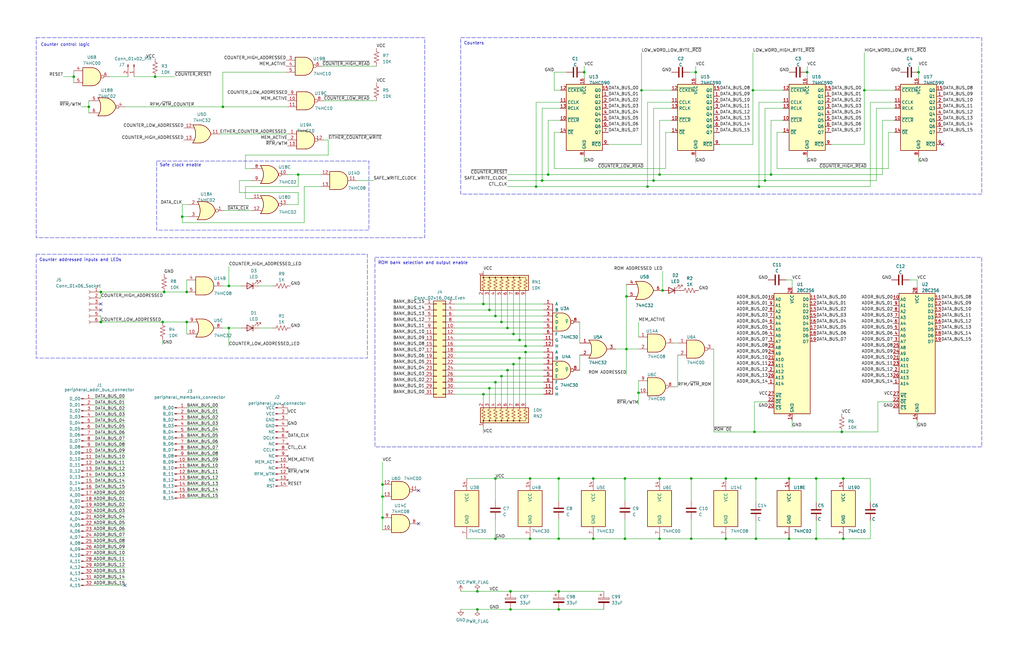
<source format=kicad_sch>
(kicad_sch (version 20230121) (generator eeschema)
  (paper "B")
  (bus_alias "DATA_BUS" (members "DATA_BUS_00" "DATA_BUS_01" "DATA_BUS_02" "DATA_BUS_03" "DATA_BUS_04" "DATA_BUS_05" "DATA_BUS_06" "DATA_BUS_07" "DATA_BUS_08" "DATA_BUS_09" "DATA_BUS_10" "DATA_BUS_11" "DATA_BUS_12" "DATA_BUS_13" "DATA_BUS_14" "DATA_BUS_15"))
  (bus_alias "BANK_BUS" (members "BANK_BUS_00" "BANK_BUS_01" "BANK_BUS_02" "BANK_BUS_03" "BANK_BUS_04" "BANK_BUS_05" "BANK_BUS_06" "BANK_BUS_07" "BANK_BUS_08" "BANK_BUS_09" "BANK_BUS_10" "BANK_BUS_11" "BANK_BUS_12" "BANK_BUS_13" "BANK_BUS_14" "BANK_BUS_15"))
  (bus_alias "ADDR_BUS" (members "ADDR_BUS_00" "ADDR_BUS_01" "ADDR_BUS_02" "ADDR_BUS_03" "ADDR_BUS_04" "ADDR_BUS_05" "ADDR_BUS_06" "ADDR_BUS_07" "ADDR_BUS_08" "ADDR_BUS_09" "ADDR_BUS_10" "ADDR_BUS_11" "ADDR_BUS_12" "ADDR_BUS_13" "ADDR_BUS_14" "ADDR_BUS_15"))
  (junction (at 355.6 227.33))
  (junction (at 318.135 182.245))
  (junction (at 306.07 201.93))
  (junction (at 344.17 227.33))
  (junction (at 318.77 227.33))
  (junction (at 213.995 138.43))
  (junction (at 235.585 257.175))
  (junction (at 235.585 201.93))
  (junction (at 228.6 76.2))
  (junction (at 215.265 249.555))
  (junction (at 250.19 227.33))
  (junction (at 213.995 156.21))
  (junction (at 275.59 76.2))
  (junction (at 219.075 151.13))
  (junction (at 231.14 73.66))
  (junction (at 206.375 130.81))
  (junction (at 318.77 201.93))
  (junction (at 340.36 30.48))
  (junction (at 364.49 38.1))
  (junction (at 354.965 182.245))
  (junction (at 221.615 148.59))
  (junction (at 317.5 38.1))
  (junction (at 264.16 147.32))
  (junction (at 161.29 218.44))
  (junction (at 208.915 227.33))
  (junction (at 78.74 135.89))
  (junction (at 211.455 158.75))
  (junction (at 161.29 204.47))
  (junction (at 203.835 128.27))
  (junction (at 68.58 135.89))
  (junction (at 235.585 249.555))
  (junction (at 278.13 227.33))
  (junction (at 263.525 201.93))
  (junction (at 208.915 161.29))
  (junction (at 125.73 73.66))
  (junction (at 42.545 123.19))
  (junction (at 278.13 73.66))
  (junction (at 208.915 133.35))
  (junction (at 201.295 257.175))
  (junction (at 291.465 201.93))
  (junction (at 332.74 227.33))
  (junction (at 279.4 122.555))
  (junction (at 219.075 143.51))
  (junction (at 387.35 30.48))
  (junction (at 96.52 120.65))
  (junction (at 223.52 201.93))
  (junction (at 322.58 76.2))
  (junction (at 250.19 201.93))
  (junction (at 325.12 73.66))
  (junction (at 293.37 30.48))
  (junction (at 76.835 91.44))
  (junction (at 78.74 123.19))
  (junction (at 211.455 135.89))
  (junction (at 355.6 201.93))
  (junction (at 263.525 227.33))
  (junction (at 246.38 30.48))
  (junction (at 344.17 201.93))
  (junction (at 37.465 45.085))
  (junction (at 206.375 163.83))
  (junction (at 208.915 201.93))
  (junction (at 69.215 123.19))
  (junction (at 215.265 257.175))
  (junction (at 96.52 138.43))
  (junction (at 332.74 201.93))
  (junction (at 93.98 45.085))
  (junction (at 203.835 166.37))
  (junction (at 273.05 78.74))
  (junction (at 226.06 78.74))
  (junction (at 65.405 32.385))
  (junction (at 264.16 125.095))
  (junction (at 216.535 153.67))
  (junction (at 270.51 38.1))
  (junction (at 42.545 135.89))
  (junction (at 221.615 146.05))
  (junction (at 235.585 227.33))
  (junction (at 216.535 140.97))
  (junction (at 306.07 227.33))
  (junction (at 269.24 165.735))
  (junction (at 291.465 227.33))
  (junction (at 161.29 209.55))
  (junction (at 223.52 227.33))
  (junction (at 278.13 201.93))
  (junction (at 320.04 78.74))
  (junction (at 201.295 249.555))
  (junction (at 31.115 32.385))
  (no_connect (at 397.51 60.96))
  (no_connect (at 176.53 207.01))
  (no_connect (at 176.53 220.98))
  (no_connect (at 42.545 128.27))
  (no_connect (at 42.545 130.81))
  (no_connect (at 52.705 247.015))
  (wire (pts (xy 318.77 201.93) (xy 318.77 212.09)))
  (wire (pts (xy 96.52 112.395) (xy 96.52 120.65)))
  (wire (pts (xy 92.075 194.945) (xy 78.74 194.945)))
  (wire (pts (xy 125.73 73.66) (xy 135.255 73.66)))
  (wire (pts (xy 208.915 133.35) (xy 229.235 133.35)))
  (wire (pts (xy 216.535 140.97) (xy 229.235 140.97)))
  (wire (pts (xy 103.505 71.12) (xy 103.505 65.405)))
  (wire (pts (xy 78.74 140.97) (xy 78.74 135.89)))
  (wire (pts (xy 270.51 22.225) (xy 270.51 38.1)))
  (wire (pts (xy 125.73 73.66) (xy 125.73 78.74)))
  (wire (pts (xy 206.375 163.83) (xy 206.375 170.18)))
  (wire (pts (xy 92.075 177.165) (xy 78.74 177.165)))
  (wire (pts (xy 52.705 180.975) (xy 39.37 180.975)))
  (wire (pts (xy 121.285 172.085) (xy 121.285 174.625)))
  (wire (pts (xy 374.65 71.12) (xy 374.65 55.88)))
  (wire (pts (xy 52.705 226.695) (xy 39.37 226.695)))
  (wire (pts (xy 52.705 193.675) (xy 39.37 193.675)))
  (wire (pts (xy 233.68 38.1) (xy 233.68 30.48)))
  (wire (pts (xy 280.67 71.12) (xy 233.68 71.12)))
  (wire (pts (xy 250.19 201.93) (xy 263.525 201.93)))
  (wire (pts (xy 317.5 22.225) (xy 317.5 38.1)))
  (wire (pts (xy 327.66 71.12) (xy 374.65 71.12)))
  (wire (pts (xy 374.65 55.88) (xy 377.19 55.88)))
  (wire (pts (xy 283.21 45.72) (xy 275.59 45.72)))
  (wire (pts (xy 161.29 218.44) (xy 161.29 223.52)))
  (wire (pts (xy 226.06 43.18) (xy 236.22 43.18)))
  (wire (pts (xy 213.995 156.21) (xy 229.235 156.21)))
  (wire (pts (xy 280.67 55.88) (xy 280.67 71.12)))
  (wire (pts (xy 92.075 200.025) (xy 78.74 200.025)))
  (wire (pts (xy 52.705 229.235) (xy 39.37 229.235)))
  (wire (pts (xy 273.05 43.18) (xy 273.05 78.74)))
  (wire (pts (xy 325.12 50.8) (xy 325.12 73.66)))
  (wire (pts (xy 233.68 71.12) (xy 233.68 55.88)))
  (wire (pts (xy 325.12 73.66) (xy 372.11 73.66)))
  (wire (pts (xy 355.6 227.33) (xy 344.17 227.33)))
  (wire (pts (xy 322.58 76.2) (xy 369.57 76.2)))
  (wire (pts (xy 293.37 66.04) (xy 293.37 68.58)))
  (wire (pts (xy 223.52 227.33) (xy 208.915 227.33)))
  (wire (pts (xy 377.19 38.1) (xy 364.49 38.1)))
  (wire (pts (xy 213.995 73.66) (xy 231.14 73.66)))
  (wire (pts (xy 372.11 50.8) (xy 377.19 50.8)))
  (wire (pts (xy 264.16 120.015) (xy 264.16 125.095)))
  (wire (pts (xy 92.075 197.485) (xy 78.74 197.485)))
  (wire (pts (xy 52.705 188.595) (xy 39.37 188.595)))
  (wire (pts (xy 235.585 257.175) (xy 254.635 257.175)))
  (wire (pts (xy 125.73 78.74) (xy 103.505 78.74)))
  (wire (pts (xy 96.52 138.43) (xy 96.52 146.05)))
  (wire (pts (xy 78.74 123.19) (xy 78.74 118.11)))
  (wire (pts (xy 216.535 153.67) (xy 229.235 153.67)))
  (wire (pts (xy 208.915 219.075) (xy 208.915 227.33)))
  (wire (pts (xy 278.13 227.33) (xy 263.525 227.33)))
  (wire (pts (xy 231.14 50.8) (xy 231.14 73.66)))
  (wire (pts (xy 216.535 124.46) (xy 216.535 140.97)))
  (wire (pts (xy 318.77 201.93) (xy 332.74 201.93)))
  (wire (pts (xy 52.705 213.995) (xy 39.37 213.995)))
  (wire (pts (xy 372.11 73.66) (xy 372.11 50.8)))
  (wire (pts (xy 103.505 83.82) (xy 106.045 83.82)))
  (wire (pts (xy 194.31 249.555) (xy 201.295 249.555)))
  (wire (pts (xy 275.59 45.72) (xy 275.59 76.2)))
  (wire (pts (xy 136.525 59.055) (xy 138.43 59.055)))
  (wire (pts (xy 208.915 161.29) (xy 208.915 170.18)))
  (wire (pts (xy 244.475 156.21) (xy 244.475 149.86)))
  (wire (pts (xy 52.705 244.475) (xy 39.37 244.475)))
  (wire (pts (xy 285.75 163.195) (xy 285.75 149.86)))
  (wire (pts (xy 235.585 249.555) (xy 254.635 249.555)))
  (wire (pts (xy 246.38 30.48) (xy 246.38 33.02)))
  (wire (pts (xy 246.38 27.94) (xy 246.38 30.48)))
  (wire (pts (xy 106.045 71.12) (xy 103.505 71.12)))
  (wire (pts (xy 161.29 209.55) (xy 161.29 218.44)))
  (wire (pts (xy 52.705 234.315) (xy 39.37 234.315)))
  (wire (pts (xy 377.19 43.18) (xy 367.03 43.18)))
  (wire (pts (xy 92.075 179.705) (xy 78.74 179.705)))
  (wire (pts (xy 128.27 78.74) (xy 135.255 78.74)))
  (wire (pts (xy 291.465 227.33) (xy 278.13 227.33)))
  (wire (pts (xy 78.74 123.19) (xy 69.215 123.19)))
  (wire (pts (xy 228.6 45.72) (xy 228.6 76.2)))
  (wire (pts (xy 52.705 239.395) (xy 39.37 239.395)))
  (wire (pts (xy 52.705 196.215) (xy 39.37 196.215)))
  (wire (pts (xy 92.075 172.085) (xy 78.74 172.085)))
  (wire (pts (xy 103.505 65.405) (xy 138.43 65.405)))
  (wire (pts (xy 76.835 91.44) (xy 76.835 93.98)))
  (wire (pts (xy 221.615 148.59) (xy 229.235 148.59)))
  (wire (pts (xy 236.22 50.8) (xy 231.14 50.8)))
  (wire (pts (xy 332.74 201.93) (xy 344.17 201.93)))
  (wire (pts (xy 306.07 201.93) (xy 318.77 201.93)))
  (wire (pts (xy 211.455 158.75) (xy 229.235 158.75)))
  (wire (pts (xy 191.77 138.43) (xy 213.995 138.43)))
  (wire (pts (xy 191.77 163.83) (xy 206.375 163.83)))
  (wire (pts (xy 42.545 135.89) (xy 68.58 135.89)))
  (wire (pts (xy 269.24 135.89) (xy 269.24 142.24)))
  (wire (pts (xy 355.6 201.93) (xy 367.03 201.93)))
  (wire (pts (xy 386.715 177.165) (xy 386.715 180.34)))
  (wire (pts (xy 76.835 86.36) (xy 76.835 91.44)))
  (wire (pts (xy 213.995 138.43) (xy 229.235 138.43)))
  (wire (pts (xy 46.355 32.385) (xy 53.975 32.385)))
  (wire (pts (xy 370.205 182.245) (xy 370.205 169.545)))
  (wire (pts (xy 213.995 78.74) (xy 226.06 78.74)))
  (wire (pts (xy 334.01 118.11) (xy 334.01 121.285)))
  (wire (pts (xy 290.83 30.48) (xy 293.37 30.48)))
  (wire (pts (xy 191.77 135.89) (xy 211.455 135.89)))
  (wire (pts (xy 263.525 201.93) (xy 278.13 201.93)))
  (wire (pts (xy 367.03 43.18) (xy 367.03 78.74)))
  (wire (pts (xy 278.13 50.8) (xy 278.13 73.66)))
  (wire (pts (xy 344.17 201.93) (xy 355.6 201.93)))
  (wire (pts (xy 208.915 161.29) (xy 229.235 161.29)))
  (wire (pts (xy 92.71 56.515) (xy 121.285 56.515)))
  (wire (pts (xy 330.2 38.1) (xy 317.5 38.1)))
  (wire (pts (xy 191.77 156.21) (xy 213.995 156.21)))
  (wire (pts (xy 221.615 124.46) (xy 221.615 146.05)))
  (wire (pts (xy 331.47 118.11) (xy 334.01 118.11)))
  (wire (pts (xy 191.77 166.37) (xy 203.835 166.37)))
  (wire (pts (xy 320.04 43.18) (xy 320.04 78.74)))
  (wire (pts (xy 269.24 165.735) (xy 269.24 160.655)))
  (wire (pts (xy 270.51 60.96) (xy 270.51 38.1)))
  (wire (pts (xy 52.705 168.275) (xy 39.37 168.275)))
  (wire (pts (xy 121.285 86.36) (xy 125.73 86.36)))
  (wire (pts (xy 92.075 202.565) (xy 78.74 202.565)))
  (wire (pts (xy 317.5 38.1) (xy 317.5 60.96)))
  (wire (pts (xy 383.54 118.11) (xy 386.715 118.11)))
  (wire (pts (xy 203.835 124.46) (xy 203.835 128.27)))
  (wire (pts (xy 42.545 133.35) (xy 42.545 135.89)))
  (wire (pts (xy 128.27 93.98) (xy 128.27 78.74)))
  (wire (pts (xy 330.2 55.88) (xy 327.66 55.88)))
  (wire (pts (xy 228.6 76.2) (xy 275.59 76.2)))
  (wire (pts (xy 92.075 189.865) (xy 78.74 189.865)))
  (wire (pts (xy 263.525 201.93) (xy 263.525 211.455)))
  (wire (pts (xy 203.835 166.37) (xy 203.835 170.18)))
  (wire (pts (xy 79.375 86.36) (xy 76.835 86.36)))
  (wire (pts (xy 213.995 76.2) (xy 228.6 76.2)))
  (wire (pts (xy 52.705 170.815) (xy 39.37 170.815)))
  (wire (pts (xy 52.705 216.535) (xy 39.37 216.535)))
  (wire (pts (xy 231.14 73.66) (xy 278.13 73.66)))
  (wire (pts (xy 93.98 138.43) (xy 96.52 138.43)))
  (wire (pts (xy 56.515 32.385) (xy 65.405 32.385)))
  (wire (pts (xy 191.77 133.35) (xy 208.915 133.35)))
  (wire (pts (xy 293.37 27.94) (xy 293.37 30.48)))
  (wire (pts (xy 52.705 221.615) (xy 39.37 221.615)))
  (wire (pts (xy 42.545 123.19) (xy 69.215 123.19)))
  (wire (pts (xy 191.77 153.67) (xy 216.535 153.67)))
  (wire (pts (xy 278.13 73.66) (xy 325.12 73.66)))
  (wire (pts (xy 208.915 124.46) (xy 208.915 133.35)))
  (wire (pts (xy 203.835 128.27) (xy 229.235 128.27)))
  (wire (pts (xy 191.77 148.59) (xy 221.615 148.59)))
  (wire (pts (xy 52.705 206.375) (xy 39.37 206.375)))
  (wire (pts (xy 322.58 45.72) (xy 322.58 76.2)))
  (wire (pts (xy 206.375 130.81) (xy 229.235 130.81)))
  (wire (pts (xy 300.99 182.245) (xy 318.135 182.245)))
  (wire (pts (xy 293.37 30.48) (xy 293.37 33.02)))
  (wire (pts (xy 318.77 219.71) (xy 318.77 227.33)))
  (wire (pts (xy 246.38 66.04) (xy 246.38 68.58)))
  (wire (pts (xy 109.22 120.65) (xy 114.935 120.65)))
  (wire (pts (xy 26.67 32.385) (xy 31.115 32.385)))
  (wire (pts (xy 201.295 257.175) (xy 215.265 257.175)))
  (wire (pts (xy 387.35 30.48) (xy 387.35 33.02)))
  (wire (pts (xy 291.465 201.93) (xy 291.465 211.455)))
  (wire (pts (xy 306.07 227.33) (xy 318.77 227.33)))
  (wire (pts (xy 211.455 124.46) (xy 211.455 135.89)))
  (wire (pts (xy 52.705 208.915) (xy 39.37 208.915)))
  (wire (pts (xy 273.05 78.74) (xy 320.04 78.74)))
  (wire (pts (xy 37.465 42.545) (xy 37.465 45.085)))
  (wire (pts (xy 191.77 128.27) (xy 203.835 128.27)))
  (wire (pts (xy 52.705 201.295) (xy 39.37 201.295)))
  (wire (pts (xy 93.98 30.48) (xy 93.98 45.085)))
  (wire (pts (xy 201.295 249.555) (xy 215.265 249.555)))
  (wire (pts (xy 206.375 124.46) (xy 206.375 130.81)))
  (wire (pts (xy 221.615 146.05) (xy 229.235 146.05)))
  (wire (pts (xy 283.21 43.18) (xy 273.05 43.18)))
  (wire (pts (xy 94.615 88.9) (xy 106.045 88.9)))
  (wire (pts (xy 52.705 45.085) (xy 93.98 45.085)))
  (wire (pts (xy 203.835 166.37) (xy 229.235 166.37)))
  (wire (pts (xy 52.705 173.355) (xy 39.37 173.355)))
  (wire (pts (xy 221.615 148.59) (xy 221.615 170.18)))
  (wire (pts (xy 121.285 73.66) (xy 125.73 73.66)))
  (wire (pts (xy 235.585 219.075) (xy 235.585 227.33)))
  (wire (pts (xy 318.135 182.245) (xy 354.965 182.245)))
  (wire (pts (xy 256.54 60.96) (xy 270.51 60.96)))
  (wire (pts (xy 318.135 169.545) (xy 323.85 169.545)))
  (wire (pts (xy 244.475 135.89) (xy 244.475 144.78)))
  (wire (pts (xy 367.03 227.33) (xy 355.6 227.33)))
  (wire (pts (xy 330.2 50.8) (xy 325.12 50.8)))
  (wire (pts (xy 135.89 27.94) (xy 158.75 27.94)))
  (wire (pts (xy 136.525 42.545) (xy 158.75 42.545)))
  (wire (pts (xy 191.77 143.51) (xy 219.075 143.51)))
  (wire (pts (xy 263.525 219.075) (xy 263.525 227.33)))
  (wire (pts (xy 121.285 177.165) (xy 121.285 179.705)))
  (wire (pts (xy 68.58 145.415) (xy 68.58 143.51)))
  (wire (pts (xy 367.03 201.93) (xy 367.03 212.09)))
  (wire (pts (xy 233.68 55.88) (xy 236.22 55.88)))
  (wire (pts (xy 196.85 201.93) (xy 208.915 201.93)))
  (wire (pts (xy 76.835 91.44) (xy 79.375 91.44)))
  (wire (pts (xy 52.705 211.455) (xy 39.37 211.455)))
  (wire (pts (xy 125.73 86.36) (xy 125.73 81.28)))
  (wire (pts (xy 216.535 153.67) (xy 216.535 170.18)))
  (wire (pts (xy 300.99 182.245) (xy 300.99 147.32)))
  (wire (pts (xy 219.075 124.46) (xy 219.075 143.51)))
  (wire (pts (xy 203.835 182.88) (xy 203.835 180.34)))
  (wire (pts (xy 354.965 182.245) (xy 370.205 182.245)))
  (wire (pts (xy 330.2 43.18) (xy 320.04 43.18)))
  (wire (pts (xy 370.205 169.545) (xy 376.555 169.545)))
  (wire (pts (xy 270.51 38.1) (xy 283.21 38.1)))
  (wire (pts (xy 283.21 50.8) (xy 278.13 50.8)))
  (wire (pts (xy 52.705 191.135) (xy 39.37 191.135)))
  (wire (pts (xy 65.405 32.385) (xy 73.66 32.385)))
  (wire (pts (xy 208.915 201.93) (xy 208.915 211.455)))
  (wire (pts (xy 235.585 201.93) (xy 250.19 201.93)))
  (wire (pts (xy 344.17 227.33) (xy 332.74 227.33)))
  (wire (pts (xy 109.22 138.43) (xy 114.935 138.43)))
  (wire (pts (xy 275.59 76.2) (xy 322.58 76.2)))
  (wire (pts (xy 191.77 158.75) (xy 211.455 158.75)))
  (wire (pts (xy 76.835 93.98) (xy 128.27 93.98)))
  (wire (pts (xy 340.36 27.94) (xy 340.36 30.48)))
  (wire (pts (xy 250.19 227.33) (xy 235.585 227.33)))
  (wire (pts (xy 278.13 201.93) (xy 291.465 201.93)))
  (wire (pts (xy 37.465 45.085) (xy 37.465 47.625)))
  (wire (pts (xy 206.375 163.83) (xy 229.235 163.83)))
  (wire (pts (xy 138.43 65.405) (xy 138.43 59.055)))
  (wire (pts (xy 52.705 241.935) (xy 39.37 241.935)))
  (wire (pts (xy 92.075 187.325) (xy 78.74 187.325)))
  (wire (pts (xy 215.265 249.555) (xy 235.585 249.555)))
  (wire (pts (xy 387.35 27.94) (xy 387.35 30.48)))
  (wire (pts (xy 236.22 45.72) (xy 228.6 45.72)))
  (wire (pts (xy 42.545 123.19) (xy 42.545 125.73)))
  (wire (pts (xy 52.705 198.755) (xy 39.37 198.755)))
  (wire (pts (xy 291.465 201.93) (xy 306.07 201.93)))
  (wire (pts (xy 96.52 120.65) (xy 101.6 120.65)))
  (wire (pts (xy 211.455 158.75) (xy 211.455 170.18)))
  (wire (pts (xy 284.48 163.195) (xy 285.75 163.195)))
  (wire (pts (xy 208.915 201.93) (xy 223.52 201.93)))
  (wire (pts (xy 52.705 219.075) (xy 39.37 219.075)))
  (wire (pts (xy 264.16 147.32) (xy 269.24 147.32)))
  (wire (pts (xy 223.52 201.93) (xy 235.585 201.93)))
  (wire (pts (xy 52.705 203.835) (xy 39.37 203.835)))
  (wire (pts (xy 52.705 178.435) (xy 39.37 178.435)))
  (wire (pts (xy 52.705 236.855) (xy 39.37 236.855)))
  (wire (pts (xy 318.135 169.545) (xy 318.135 182.245)))
  (wire (pts (xy 259.715 147.32) (xy 264.16 147.32)))
  (wire (pts (xy 279.4 114.3) (xy 279.4 122.555)))
  (wire (pts (xy 334.01 177.165) (xy 334.01 180.34)))
  (wire (pts (xy 161.29 194.945) (xy 161.29 204.47)))
  (wire (pts (xy 92.075 207.645) (xy 78.74 207.645)))
  (wire (pts (xy 235.585 227.33) (xy 223.52 227.33)))
  (wire (pts (xy 264.16 125.095) (xy 264.16 147.32)))
  (wire (pts (xy 52.705 247.015) (xy 39.37 247.015)))
  (wire (pts (xy 92.075 205.105) (xy 78.74 205.105)))
  (wire (pts (xy 215.265 257.175) (xy 235.585 257.175)))
  (wire (pts (xy 367.03 219.71) (xy 367.03 227.33)))
  (wire (pts (xy 93.98 120.65) (xy 96.52 120.65)))
  (wire (pts (xy 150.495 76.2) (xy 157.48 76.2)))
  (wire (pts (xy 369.57 45.72) (xy 377.19 45.72)))
  (wire (pts (xy 317.5 60.96) (xy 303.53 60.96)))
  (wire (pts (xy 332.74 227.33) (xy 318.77 227.33)))
  (wire (pts (xy 291.465 219.075) (xy 291.465 227.33)))
  (wire (pts (xy 226.06 78.74) (xy 273.05 78.74)))
  (wire (pts (xy 37.465 45.085) (xy 34.29 45.085)))
  (wire (pts (xy 191.77 130.81) (xy 206.375 130.81)))
  (wire (pts (xy 284.48 144.78) (xy 285.75 144.78)))
  (wire (pts (xy 344.17 219.71) (xy 344.17 227.33)))
  (wire (pts (xy 52.705 186.055) (xy 39.37 186.055)))
  (wire (pts (xy 93.98 45.085) (xy 121.285 45.085)))
  (wire (pts (xy 92.075 184.785) (xy 78.74 184.785)))
  (wire (pts (xy 264.16 147.32) (xy 264.16 158.115)))
  (wire (pts (xy 330.2 45.72) (xy 322.58 45.72)))
  (wire (pts (xy 364.49 38.1) (xy 364.49 60.96)))
  (wire (pts (xy 100.965 76.2) (xy 106.045 76.2)))
  (wire (pts (xy 52.705 231.775) (xy 39.37 231.775)))
  (wire (pts (xy 92.075 182.245) (xy 78.74 182.245)))
  (wire (pts (xy 219.075 151.13) (xy 229.235 151.13)))
  (wire (pts (xy 191.77 161.29) (xy 208.915 161.29)))
  (wire (pts (xy 92.075 174.625) (xy 78.74 174.625)))
  (wire (pts (xy 31.115 32.385) (xy 31.115 34.925)))
  (wire (pts (xy 387.35 66.04) (xy 387.35 68.58)))
  (wire (pts (xy 269.24 165.735) (xy 269.24 170.815)))
  (wire (pts (xy 78.74 135.89) (xy 68.58 135.89)))
  (wire (pts (xy 52.705 175.895) (xy 39.37 175.895)))
  (wire (pts (xy 31.115 29.845) (xy 31.115 32.385)))
  (wire (pts (xy 233.68 30.48) (xy 238.76 30.48)))
  (wire (pts (xy 191.77 151.13) (xy 219.075 151.13)))
  (wire (pts (xy 92.075 192.405) (xy 78.74 192.405)))
  (wire (pts (xy 235.585 201.93) (xy 235.585 211.455)))
  (wire (pts (xy 364.49 22.225) (xy 364.49 38.1)))
  (wire (pts (xy 52.705 224.155) (xy 39.37 224.155)))
  (wire (pts (xy 340.36 30.48) (xy 340.36 33.02)))
  (wire (pts (xy 263.525 227.33) (xy 250.19 227.33)))
  (wire (pts (xy 213.995 124.46) (xy 213.995 138.43)))
  (wire (pts (xy 191.77 146.05) (xy 221.615 146.05)))
  (wire (pts (xy 211.455 135.89) (xy 229.235 135.89)))
  (wire (pts (xy 103.505 78.74) (xy 103.505 83.82)))
  (wire (pts (xy 93.98 30.48) (xy 120.65 30.48)))
  (wire (pts (xy 52.705 183.515) (xy 39.37 183.515)))
  (wire (pts (xy 194.31 257.175) (xy 201.295 257.175)))
  (wire (pts (xy 327.66 55.88) (xy 327.66 71.12)))
  (wire (pts (xy 219.075 143.51) (xy 229.235 143.51)))
  (wire (pts (xy 280.67 55.88) (xy 283.21 55.88)))
  (wire (pts (xy 161.29 204.47) (xy 161.29 209.55)))
  (wire (pts (xy 208.915 227.33) (xy 196.85 227.33)))
  (wire (pts (xy 340.36 66.04) (xy 340.36 68.58)))
  (wire (pts (xy 291.465 227.33) (xy 306.07 227.33)))
  (wire (pts (xy 191.77 140.97) (xy 216.535 140.97)))
  (wire (pts (xy 226.06 78.74) (xy 226.06 43.18)))
  (wire (pts (xy 344.17 201.93) (xy 344.17 212.09)))
  (wire (pts (xy 92.075 210.185) (xy 78.74 210.185)))
  (wire (pts (xy 219.075 151.13) (xy 219.075 170.18)))
  (wire (pts (xy 320.04 78.74) (xy 367.03 78.74)))
  (wire (pts (xy 125.73 81.28) (xy 100.965 81.28)))
  (wire (pts (xy 364.49 60.96) (xy 350.52 60.96)))
  (wire (pts (xy 386.715 118.11) (xy 386.715 121.285)))
  (wire (pts (xy 213.995 156.21) (xy 213.995 170.18)))
  (wire (pts (xy 236.22 38.1) (xy 233.68 38.1)))
  (wire (pts (xy 369.57 76.2) (xy 369.57 45.72)))
  (wire (pts (xy 100.965 81.28) (xy 100.965 76.2)))
  (wire (pts (xy 96.52 138.43) (xy 101.6 138.43)))
  (rectangle (start 194.31 15.875) (end 414.02 81.915) (stroke (width 0) (type dash)))
  (rectangle (start 66.04 67.945) (end 155.575 97.155) (stroke (width 0) (type dash)))
  (rectangle (start 15.24 15.875) (end 179.07 100.33) (stroke (width 0) (type dash)))
  (rectangle (start 158.115 108.585) (end 414.02 188.595) (stroke (width 0) (type dash)))
  (rectangle (start 15.24 107.315) (end 154.94 151.13) (stroke (width 0) (type dash)))
  (text "Safe clock enable" (at 67.31 70.485 0) (effects (font (size 1.27 1.27)) (justify left bottom)))
  (text "ROM bank selection and output enable" (at 159.385 111.76 0) (effects (font (size 1.27 1.27)) (justify left bottom)))
  (text "Counters" (at 195.58 19.05 0) (effects (font (size 1.27 1.27)) (justify left bottom)))
  (text "Counter addressed inputs and LEDs" (at 16.51 110.49 0) (effects (font (size 1.27 1.27)) (justify left bottom)))
  (text "Counter control logic" (at 17.145 19.685 0) (effects (font (size 1.27 1.27)) (justify left bottom)))
  (label "ADDR_BUS_14" (at 376.555 161.925 180))
  (label "GND" (at 323.85 118.11 180))
  (label "ADDR_BUS_05" (at 376.555 139.065 180))
  (label "VCC" (at 334.01 118.11 0))
  (label "DATA_BUS_13" (at 396.875 139.065 0))
  (label "DATA_BUS_13" (at 397.51 50.8 0))
  (label "DATA_BUS_05" (at 256.54 50.8 0))
  (label "ADDR_BUS_04" (at 323.85 136.525 180))
  (label "ADDR_BUS_09" (at 376.555 149.225 180))
  (label "BANK_BUS_11" (at 92.075 200.025 180))
  (label "VCC" (at 203.835 114.3 0))
  (label "DATA_BUS_10" (at 397.51 43.18 0))
  (label "BANK_BUS_00" (at 92.075 172.085 180))
  (label "~{RFM}{slash}WTM" (at 34.29 45.085 180))
  (label "ADDR_BUS_08" (at 52.705 229.235 180))
  (label "SAFE_WRITE_CLOCK" (at 157.48 76.2 0))
  (label "GND" (at 122.555 120.65 0))
  (label "GND" (at 293.37 68.58 0))
  (label "BANK_BUS_09" (at 92.075 194.945 180))
  (label "ROM ADDRESSED LED" (at 279.4 114.3 180))
  (label "BANK_BUS_04" (at 92.075 182.245 180))
  (label "DATA_BUS_00" (at 52.705 168.275 180))
  (label "GND" (at 379.73 30.48 180))
  (label "ADDR_BUS_03" (at 52.705 216.535 180))
  (label "ADDR_BUS_09" (at 323.85 149.225 180))
  (label "ADDR_BUS_02" (at 376.555 131.445 180))
  (label "VCC" (at 158.75 20.32 0))
  (label "BANK_BUS_14" (at 179.07 130.81 180))
  (label "DATA_BUS_04" (at 344.17 136.525 0))
  (label "~{EITHER_COUNTER_WRITE}" (at 138.43 59.055 0))
  (label "ADDR_BUS_10" (at 323.85 151.765 180))
  (label "BANK_BUS_15" (at 92.075 210.185 180))
  (label "DATA_BUS_14" (at 303.53 53.34 0))
  (label "MEM_ACTIVE" (at 121.285 194.945 0))
  (label "RESET" (at 121.285 205.105 0))
  (label "ADDR_BUS_06" (at 376.555 141.605 180))
  (label "DATA_BUS_15" (at 397.51 55.88 0))
  (label "COUNTER_LOW_ADDRESSED" (at 42.545 135.89 0))
  (label "RFM{slash}~{WTM}_ROM" (at 285.75 163.195 0))
  (label "DATA_BUS_06" (at 52.705 183.515 180))
  (label "DATA_BUS_00" (at 344.17 126.365 0))
  (label "DATA_BUS_02" (at 52.705 173.355 180))
  (label "ADDR_BUS_13" (at 323.85 159.385 180))
  (label "VCC" (at 293.37 27.94 0))
  (label "DATA_BUS_03" (at 52.705 175.895 180))
  (label "SAFE_WRITE_CLOCK" (at 213.995 76.2 180))
  (label "DATA_BUS_01" (at 256.54 40.64 0))
  (label "GND" (at 246.38 68.58 0))
  (label "MEM_ACTIVE" (at 269.24 135.89 0))
  (label "DATA_CLK" (at 121.285 184.785 0))
  (label "ADDR_BUS_07" (at 52.705 226.695 180))
  (label "DATA_BUS_04" (at 52.705 178.435 180))
  (label "BANK_BUS_11" (at 179.07 138.43 180))
  (label "GND" (at 334.01 180.34 0))
  (label "ADDR_BUS_14" (at 323.85 161.925 180))
  (label "DATA_BUS_11" (at 397.51 45.72 0))
  (label "MEM_ACTIVE" (at 121.285 59.055 180))
  (label "DATA_BUS_11" (at 303.53 45.72 0))
  (label "DATA_BUS_05" (at 350.52 50.8 0))
  (label "ROM ADDRESSED" (at 264.16 158.115 180))
  (label "ADDR_BUS_02" (at 323.85 131.445 180))
  (label "~{COUNTER_RESET}" (at 213.995 73.66 180))
  (label "VCC" (at 161.29 194.945 0))
  (label "GND" (at 294.64 122.555 0))
  (label "~{COUNTER_LOW_READ}" (at 252.095 71.12 0))
  (label "DATA_BUS_02" (at 256.54 43.18 0))
  (label "VCC" (at 208.915 201.93 0))
  (label "ADDR_BUS_15" (at 52.705 247.015 180))
  (label "DATA_BUS_14" (at 396.875 141.605 0))
  (label "GND" (at 233.68 30.48 180))
  (label "DATA_BUS_01" (at 350.52 40.64 0))
  (label "COUNTER_LOW_ADDRESSED" (at 121.285 40.005 180))
  (label "BANK_BUS_07" (at 92.075 189.865 180))
  (label "DATA_CLK" (at 76.835 86.36 180))
  (label "COUNTER_HIGH_ADDRESSED_LED" (at 96.52 112.395 0))
  (label "DATA_BUS_13" (at 52.705 201.295 180))
  (label "VCC" (at 340.36 27.94 0))
  (label "HIGH_WORD_LOW_BYTE_~{RCO}" (at 364.49 22.225 0))
  (label "ADDR_BUS_08" (at 323.85 146.685 180))
  (label "DATA_BUS_09" (at 52.705 191.135 180))
  (label "BANK_BUS_10" (at 92.075 197.485 180))
  (label "DATA_BUS_02" (at 350.52 43.18 0))
  (label "ADDR_BUS_07" (at 376.555 144.145 180))
  (label "DATA_BUS_06" (at 256.54 53.34 0))
  (label "BANK_BUS_05" (at 92.075 184.785 180))
  (label "ADDR_BUS_12" (at 376.555 156.845 180))
  (label "DATA_BUS_10" (at 52.705 193.675 180))
  (label "DATA_BUS_09" (at 303.53 40.64 0))
  (label "ADDR_BUS_01" (at 376.555 128.905 180))
  (label "DATA_BUS_03" (at 256.54 45.72 0))
  (label "~{COUNTER_HIGH_READ}" (at 345.44 71.12 0))
  (label "LOW_WORD_HIGH_BYTE_~{RCO}" (at 317.5 22.225 0))
  (label "BANK_BUS_06" (at 92.075 187.325 180))
  (label "VCC" (at 65.405 24.765 180))
  (label "DATA_BUS_10" (at 303.53 43.18 0))
  (label "DATA_BUS_07" (at 350.52 55.88 0))
  (label "BANK_BUS_13" (at 179.07 133.35 180))
  (label "MEM_ACTIVE" (at 120.65 27.94 180))
  (label "DATA_BUS_08" (at 52.705 188.595 180))
  (label "VCC" (at 206.375 249.555 0))
  (label "GND" (at 323.85 172.085 180))
  (label "BANK_BUS_14" (at 92.075 207.645 180))
  (label "DATA_BUS_12" (at 303.53 48.26 0))
  (label "DATA_BUS_01" (at 52.705 170.815 180))
  (label "DATA_BUS_01" (at 344.17 128.905 0))
  (label "ADDR_BUS_00" (at 52.705 208.915 180))
  (label "BANK_BUS_09" (at 179.07 143.51 180))
  (label "ADDR_BUS_11" (at 323.85 154.305 180))
  (label "ADDR_BUS_00" (at 323.85 126.365 180))
  (label "LOW_WORD_LOW_BYTE_~{RCO}" (at 270.51 22.225 0))
  (label "BANK_BUS_07" (at 179.07 148.59 180))
  (label "BANK_BUS_01" (at 179.07 163.83 180))
  (label "RFM{slash}~{WTM}_COUNTER" (at 81.915 45.085 180))
  (label "ADDR_BUS_00" (at 376.555 126.365 180))
  (label "ADDR_BUS_13" (at 376.555 159.385 180))
  (label "GND" (at 375.92 118.11 180))
  (label "BANK_BUS_12" (at 92.075 202.565 180))
  (label "COUNTER_HIGH_ADDRESSED" (at 120.65 25.4 180))
  (label "DATA_BUS_12" (at 52.705 198.755 180))
  (label "ADDR_BUS_06" (at 323.85 141.605 180))
  (label "ADDR_BUS_02" (at 52.705 213.995 180))
  (label "COUNTER_LOW_ADDRESSED_LED" (at 96.52 146.05 0))
  (label "ADDR_BUS_13" (at 52.705 241.935 180))
  (label "BANK_BUS_08" (at 92.075 192.405 180))
  (label "DATA_BUS_14" (at 397.51 53.34 0))
  (label "RESET" (at 26.67 32.385 180))
  (label "ADDR_BUS_10" (at 376.555 151.765 180))
  (label "DATA_BUS_05" (at 344.17 139.065 0))
  (label "BANK_BUS_02" (at 179.07 161.29 180))
  (label "ADDR_BUS_01" (at 323.85 128.905 180))
  (label "GND" (at 376.555 172.085 180))
  (label "CTL_CLK" (at 121.285 189.865 0))
  (label "BANK_BUS_03" (at 179.07 158.75 180))
  (label "BANK_BUS_06" (at 179.07 151.13 180))
  (label "BANK_BUS_04" (at 179.07 156.21 180))
  (label "BANK_BUS_00" (at 179.07 166.37 180))
  (label "ADDR_BUS_12" (at 323.85 156.845 180))
  (label "ADDR_BUS_11" (at 52.705 236.855 180))
  (label "BANK_BUS_02" (at 92.075 177.165 180))
  (label "DATA_BUS_08" (at 397.51 38.1 0))
  (label "VCC" (at 387.35 27.94 0))
  (label "GND" (at 206.375 257.175 0))
  (label "~{RFM}{slash}WTM" (at 121.285 200.025 0))
  (label "DATA_BUS_02" (at 344.17 131.445 0))
  (label "VCC" (at 323.85 167.005 180))
  (label "ADDR_BUS_04" (at 376.555 136.525 180))
  (label "BANK_BUS_01" (at 92.075 174.625 180))
  (label "DATA_BUS_12" (at 397.51 48.26 0))
  (label "DATA_BUS_06" (at 350.52 53.34 0))
  (label "VCC" (at 158.75 34.925 0))
  (label "GND" (at 340.36 68.58 0))
  (label "ADDR_BUS_08" (at 376.555 146.685 180))
  (label "ADDR_BUS_12" (at 52.705 239.395 180))
  (label "GND" (at 386.715 180.34 0))
  (label "DATA_BUS_15" (at 396.875 144.145 0))
  (label "~{COUNTER_HIGH_READ}" (at 135.89 27.94 0))
  (label "COUNTER_LOW_ADDRESSED" (at 77.47 53.975 180))
  (label "~{ROM OE}" (at 300.99 182.245 0))
  (label "~{COUNTER_RESET}" (at 73.66 32.385 0))
  (label "~{COUNTER_LOW_READ}" (at 136.525 42.545 0))
  (label "ADDR_BUS_06" (at 52.705 224.155 180))
  (label "VCC" (at 376.555 167.005 180))
  (label "~{DATA_CLK}" (at 95.885 88.9 0))
  (label "GND" (at 122.555 138.43 0))
  (label "DATA_BUS_12" (at 396.875 136.525 0))
  (label "DATA_BUS_00" (at 350.52 38.1 0))
  (label "DATA_BUS_11" (at 52.705 196.215 180))
  (label "DATA_BUS_04" (at 350.52 48.26 0))
  (label "EITHER_COUNTER_ADDRESSED" (at 92.71 56.515 0))
  (label "DATA_BUS_05" (at 52.705 180.975 180))
  (label "VCC" (at 354.965 174.625 0))
  (label "ADDR_BUS_11" (at 376.555 154.305 180))
  (label "DATA_BUS_13" (at 303.53 50.8 0))
  (label "DATA_BUS_15" (at 303.53 55.88 0))
  (label "DATA_BUS_04" (at 256.54 48.26 0))
  (label "VCC" (at 203.835 182.88 0))
  (label "BANK_BUS_03" (at 92.075 179.705 180))
  (label "ADDR_BUS_10" (at 52.705 234.315 180))
  (label "BANK_BUS_13" (at 92.075 205.105 180))
  (label "CTL_CLK" (at 213.995 78.74 180))
  (label "DATA_BUS_08" (at 303.53 38.1 0))
  (label "MEM_ACTIVE" (at 121.285 42.545 180))
  (label "~{RFM}{slash}WTM" (at 121.285 61.595 180))
  (label "VCC" (at 386.715 118.11 0))
  (label "GND" (at 208.915 227.33 0))
  (label "ADDR_BUS_14" (at 52.705 244.475 180))
  (label "ADDR_BUS_09" (at 52.705 231.775 180))
  (label "ADDR_BUS_05" (at 52.705 221.615 180))
  (label "VCC" (at 121.285 174.625 0))
  (label "DATA_BUS_09" (at 397.51 40.64 0))
  (label "DATA_BUS_07" (at 256.54 55.88 0))
  (label "DATA_BUS_14" (at 52.705 203.835 180))
  (label "BANK_BUS_05" (at 179.07 153.67 180))
  (label "GND" (at 68.58 145.415 0))
  (label "BANK_BUS_12" (at 179.07 135.89 180))
  (label "ADDR_BUS_03" (at 323.85 133.985 180))
  (label "ADDR_BUS_04" (at 52.705 219.075 180))
  (label "DATA_BUS_09" (at 396.875 128.905 0))
  (label "DATA_BUS_15" (at 52.705 206.375 180))
  (label "VCC" (at 246.38 27.94 0))
  (label "GND" (at 387.35 68.58 0))
  (label "BANK_BUS_15" (at 179.07 128.27 180))
  (label "BANK_BUS_10" (at 179.07 140.97 180))
  (label "DATA_BUS_03" (at 344.17 133.985 0))
  (label "DATA_BUS_03" (at 350.52 45.72 0))
  (label "DATA_BUS_10" (at 396.875 131.445 0))
  (label "BANK_BUS_08" (at 179.07 146.05 180))
  (label "ADDR_BUS_03" (at 376.555 133.985 180))
  (label "GND" (at 283.21 30.48 180))
  (label "DATA_BUS_08" (at 396.875 126.365 0))
  (label "DATA_BUS_07" (at 344.17 144.145 0))
  (label "ADDR_BUS_05" (at 323.85 139.065 180))
  (label "DATA_BUS_11" (at 396.875 133.985 0))
  (label "COUNTER_HIGH_ADDRESSED" (at 77.47 59.055 180))
  (label "DATA_BUS_06" (at 344.17 141.605 0))
  (label "GND" (at 69.215 115.57 0))
  (label "DATA_BUS_00" (at 256.54 38.1 0))
  (label "GND" (at 121.285 179.705 0))
  (label "~{RFM}{slash}WTM" (at 269.24 170.815 180))
  (label "DATA_BUS_07" (at 52.705 186.055 180))
  (label "ADDR_BUS_07" (at 323.85 144.145 180))
  (label "COUNTER_HIGH_ADDRESSED" (at 42.545 125.73 0))
  (label "GND" (at 332.74 30.48 180))
  (label "ADDR_BUS_01" (at 52.705 211.455 180))
  (symbol (lib_id "sixteen-bit-computer:74HC30") (at 223.52 214.63 0) (unit 2)
    (property "Reference" "U4" (at 224.155 205.74 0) (effects (justify left)))
    (property "Value" "74HC30" (at 224.155 224.155 0) (effects (justify left)))
    (property "Footprint" "Package_DIP:DIP-14_W7.62mm_Socket" (effects hide))
    (property "Datasheet" "https://www.ti.com/lit/ds/symlink/cd74hc30.pdf" (effects hide))
  )
  (symbol (lib_id "Device:R_US") (at 158.75 38.735 180) (unit 1)
    (property "Reference" "R5" (at 161.29 38.1 0) (effects (justify right)))
    (property "Value" "10K" (at 161.29 40.64 0) (effects (justify right)))
    (property "Footprint" "Resistor_THT:R_Axial_DIN0207_L6.3mm_D2.5mm_P10.16mm_Horizontal" (effects hide))
  )
  (symbol (lib_id "sixteen-bit-computer:74HC30") (at 196.85 214.63 0) (unit 2)
    (property "Reference" "U3" (at 198.12 205.74 0) (effects (justify left)))
    (property "Value" "74HC30" (at 197.485 224.155 0) (effects (justify left)))
    (property "Footprint" "Package_DIP:DIP-14_W7.62mm_Socket" (effects hide))
    (property "Datasheet" "https://www.ti.com/lit/ds/symlink/cd74hc30.pdf" (effects hide))
  )
  (symbol (lib_id "Device:C") (at 242.57 30.48 90) (unit 1)
    (property "Reference" "C1" (at 242.57 24.765 90))
    (property "Value" "C" (at 242.57 27.305 90))
    (property "Footprint" "Capacitor_THT:C_Disc_D5.0mm_W2.5mm_P5.00mm" (effects hide))
  )
  (symbol (lib_id "Memory_EEPROM:28C256") (at 334.01 149.225 0) (unit 1)
    (property "Reference" "U1" (at 335.9659 120.015 0) (effects (justify left)))
    (property "Value" "28C256" (at 335.9659 122.555 0) (effects (justify left)))
    (property "Footprint" "Package_DIP:DIP-28_W15.24mm_Socket" (effects hide))
    (property "Datasheet" "http://ww1.microchip.com/downloads/en/DeviceDoc/doc0006.pdf" (effects hide))
  )
  (symbol (lib_id "74xx:74HC00") (at 276.86 163.195 0) (unit 3)
    (property "Reference" "U6" (at 274.955 158.115 0))
    (property "Value" "74HC00" (at 276.86 168.275 0))
    (property "Footprint" "Package_DIP:DIP-14_W7.62mm_Socket" (effects hide))
    (property "Datasheet" "http://www.ti.com/lit/gpn/sn74hc00" (effects hide))
  )
  (symbol (lib_id "Device:R_US") (at 290.83 122.555 90) (unit 1)
    (property "Reference" "R2" (at 290.83 117.475 90))
    (property "Value" "1K" (at 290.83 120.015 90))
    (property "Footprint" "Resistor_THT:R_Axial_DIN0207_L6.3mm_D2.5mm_P10.16mm_Horizontal" (effects hide))
  )
  (symbol (lib_id "sixteen-bit-computer:74HC10") (at 128.27 27.94 0) (unit 2)
    (property "Reference" "U19" (at 134.62 24.765 0))
    (property "Value" "74HC10" (at 135.89 31.115 0))
    (property "Footprint" "Package_DIP:DIP-14_W7.62mm_Socket" (effects hide))
  )
  (symbol (lib_id "sixteen-bit-computer:74HC08") (at 306.07 214.63 0) (unit 5)
    (property "Reference" "U14" (at 307.975 205.74 0) (effects (justify left)))
    (property "Value" "74HC08" (at 307.975 224.155 0) (effects (justify left)))
    (property "Footprint" "Package_DIP:DIP-14_W7.62mm_Socket" (effects hide))
    (property "Datasheet" "https://www.ti.com/lit/ds/symlink/sn74hc08.pdf" (effects hide))
  )
  (symbol (lib_id "Device:C_Polarized") (at 215.265 253.365 0) (unit 1)
    (property "Reference" "C97" (at 219.075 251.841 0) (effects (justify left)))
    (property "Value" "33uF" (at 219.075 254.381 0) (effects (justify left)))
    (property "Footprint" "Capacitor_THT:CP_Radial_D6.3mm_P2.50mm" (effects hide))
  )
  (symbol (lib_id "Device:R_US") (at 68.58 139.7 180) (unit 1)
    (property "Reference" "R4" (at 71.12 139.065 0) (effects (justify right)))
    (property "Value" "10K" (at 71.12 141.605 0) (effects (justify right)))
    (property "Footprint" "Resistor_THT:R_Axial_DIN0207_L6.3mm_D2.5mm_P10.16mm_Horizontal" (effects hide))
  )
  (symbol (lib_id "sixteen-bit-computer:74HC10") (at 355.6 214.63 0) (unit 4)
    (property "Reference" "U19" (at 357.505 205.74 0) (effects (justify left)))
    (property "Value" "74HC10" (at 357.505 224.155 0) (effects (justify left)))
    (property "Footprint" "Package_DIP:DIP-14_W7.62mm_Socket" (effects hide))
  )
  (symbol (lib_id "Device:R_US") (at 65.405 28.575 180) (unit 1)
    (property "Reference" "R3" (at 67.945 27.94 0) (effects (justify right)))
    (property "Value" "10K" (at 67.945 30.48 0) (effects (justify right)))
    (property "Footprint" "Resistor_THT:R_Axial_DIN0207_L6.3mm_D2.5mm_P10.16mm_Horizontal" (effects hide))
  )
  (symbol (lib_id "74xx:74HC00") (at 38.735 32.385 0) (unit 2)
    (property "Reference" "U6" (at 38.7267 24.13 0))
    (property "Value" "74HC00" (at 38.7267 26.67 0))
    (property "Footprint" "Package_DIP:DIP-14_W7.62mm_Socket" (effects hide))
    (property "Datasheet" "http://www.ti.com/lit/gpn/sn74hc00" (effects hide))
  )
  (symbol (lib_id "Device:R_Network08_US") (at 213.995 175.26 0) (mirror x) (unit 1)
    (property "Reference" "RN2" (at 224.79 175.641 0) (effects (justify left)))
    (property "Value" "10K" (at 224.79 173.101 0) (effects (justify left)))
    (property "Footprint" "Resistor_THT:R_Array_SIP9" (effects hide))
    (property "Datasheet" "http://www.vishay.com/docs/31509/csc.pdf" (effects hide))
  )
  (symbol (lib_id "Device:C") (at 235.585 215.265 180) (unit 1)
    (property "Reference" "C8" (at 238.76 214.63 0) (effects (justify right)))
    (property "Value" "C" (at 238.76 217.17 0) (effects (justify right)))
    (property "Footprint" "Capacitor_THT:C_Disc_D5.0mm_W2.5mm_P5.00mm" (effects hide))
  )
  (symbol (lib_id "Device:C") (at 379.73 118.11 270) (unit 1)
    (property "Reference" "C12" (at 379.73 112.395 90))
    (property "Value" "C" (at 379.73 114.935 90))
    (property "Footprint" "Capacitor_THT:C_Disc_D5.0mm_W2.5mm_P5.00mm" (effects hide))
  )
  (symbol (lib_id "Connector:Conn_01x02_Pin") (at 56.515 27.305 270) (unit 1)
    (property "Reference" "J7" (at 50.165 27.305 90) (effects (justify left)))
    (property "Value" "Conn_01x02_Pin" (at 48.26 24.765 90) (effects (justify left)))
    (property "Footprint" "Connector_PinHeader_2.54mm:PinHeader_1x02_P2.54mm_Horizontal" (effects hide))
  )
  (symbol (lib_id "Device:LED") (at 105.41 138.43 180) (unit 1)
    (property "Reference" "D1" (at 106.9975 132.08 0))
    (property "Value" "LED" (at 106.9975 134.62 0))
    (property "Footprint" "sixteen-bit-computer:LED_D5.0mm_Horizontal_O3.81mm_Z3.0mm" (effects hide))
  )
  (symbol (lib_id "Device:C_Polarized") (at 254.635 253.365 0) (unit 1)
    (property "Reference" "C99" (at 257.81 251.841 0) (effects (justify left)))
    (property "Value" "33uF" (at 257.81 254.381 0) (effects (justify left)))
    (property "Footprint" "Capacitor_THT:CP_Radial_D6.3mm_P2.50mm" (effects hide))
  )
  (symbol (lib_id "sixteen-bit-computer:74HC32") (at 250.19 214.63 0) (unit 5)
    (property "Reference" "U5" (at 251.46 205.74 0) (effects (justify left)))
    (property "Value" "74HC32" (at 251.46 224.155 0) (effects (justify left)))
    (property "Footprint" "Package_DIP:DIP-14_W7.62mm_Socket" (effects hide))
    (property "Datasheet" "http://www.ti.com/lit/gpn/sn74LS32" (effects hide))
  )
  (symbol (lib_id "74xx:74HC02") (at 45.085 45.085 0) (unit 2)
    (property "Reference" "U18" (at 45.085 38.1 0))
    (property "Value" "74HC02" (at 45.085 40.64 0))
    (property "Footprint" "Package_DIP:DIP-14_W7.62mm_Socket" (effects hide))
    (property "Datasheet" "http://www.ti.com/lit/gpn/sn74hc02" (effects hide))
  )
  (symbol (lib_id "sixteen-bit-computer:peripheral_aux_connector") (at 116.205 187.325 0) (unit 1)
    (property "Reference" "J2" (at 116.84 167.64 0))
    (property "Value" "peripheral_aux_connector" (at 116.84 170.18 0))
    (property "Footprint" "sixteen-bit-computer:peripheral-backplane-aux" (effects hide))
  )
  (symbol (lib_id "Device:C") (at 344.17 215.9 180) (unit 1)
    (property "Reference" "C5" (at 344.805 213.36 0) (effects (justify right)))
    (property "Value" "C" (at 344.805 219.075 0) (effects (justify right)))
    (property "Footprint" "Capacitor_THT:C_Disc_D5.0mm_W2.5mm_P5.00mm" (effects hide))
  )
  (symbol (lib_id "sixteen-bit-computer:peripheral_membank_connector") (at 73.66 189.865 0) (unit 1)
    (property "Reference" "J3" (at 80.01 165.1 0))
    (property "Value" "peripheral_membank_connector" (at 80.01 167.64 0))
    (property "Footprint" "sixteen-bit-computer:peripheral-backplane-membank" (effects hide))
  )
  (symbol (lib_id "Device:C") (at 367.03 215.9 180) (unit 1)
    (property "Reference" "C6" (at 367.665 213.36 0) (effects (justify right)))
    (property "Value" "C" (at 367.665 219.075 0) (effects (justify right)))
    (property "Footprint" "Capacitor_THT:C_Disc_D5.0mm_W2.5mm_P5.00mm" (effects hide))
  )
  (symbol (lib_id "74xx:74HC00") (at 293.37 147.32 0) (unit 1)
    (property "Reference" "U6" (at 291.465 142.24 0))
    (property "Value" "74HC00" (at 293.37 153.035 0))
    (property "Footprint" "Package_DIP:DIP-14_W7.62mm_Socket" (effects hide))
    (property "Datasheet" "http://www.ti.com/lit/gpn/sn74hc00" (effects hide))
  )
  (symbol (lib_id "sixteen-bit-computer:74HC590") (at 340.36 50.8 0) (unit 1)
    (property "Reference" "U16" (at 342.3159 32.385 0) (effects (justify left)))
    (property "Value" "74HC590" (at 342.3159 34.925 0) (effects (justify left)))
    (property "Footprint" "Package_DIP:DIP-16_W7.62mm_Socket" (effects hide))
    (property "Datasheet" "https://assets.nexperia.com/documents/data-sheet/74HC590.pdf" (effects hide))
  )
  (symbol (lib_id "Device:R_US") (at 118.745 138.43 90) (unit 1)
    (property "Reference" "R1" (at 118.745 133.35 90))
    (property "Value" "1K" (at 118.745 135.89 90))
    (property "Footprint" "Resistor_THT:R_Axial_DIN0207_L6.3mm_D2.5mm_P10.16mm_Horizontal" (effects hide))
  )
  (symbol (lib_id "Device:C") (at 327.66 118.11 270) (unit 1)
    (property "Reference" "C11" (at 327.66 111.76 90))
    (property "Value" "C" (at 327.66 114.3 90))
    (property "Footprint" "Capacitor_THT:C_Disc_D5.0mm_W2.5mm_P5.00mm" (effects hide))
  )
  (symbol (lib_id "Memory_EEPROM:28C256") (at 386.715 149.225 0) (unit 1)
    (property "Reference" "U2" (at 388.6709 120.015 0) (effects (justify left)))
    (property "Value" "28C256" (at 388.6709 122.555 0) (effects (justify left)))
    (property "Footprint" "Package_DIP:DIP-28_W15.24mm_Socket" (effects hide))
    (property "Datasheet" "http://ww1.microchip.com/downloads/en/DeviceDoc/doc0006.pdf" (effects hide))
  )
  (symbol (lib_id "sixteen-bit-computer:74HC32") (at 86.36 138.43 0) (unit 3)
    (property "Reference" "U5" (at 92.075 135.255 0))
    (property "Value" "74HC32" (at 93.98 141.605 0))
    (property "Footprint" "Package_DIP:DIP-14_W7.62mm_Socket" (effects hide))
    (property "Datasheet" "http://www.ti.com/lit/gpn/sn74LS32" (effects hide))
  )
  (symbol (lib_id "Device:R_US") (at 158.75 24.13 180) (unit 1)
    (property "Reference" "R7" (at 161.29 23.495 0) (effects (justify right)))
    (property "Value" "10K" (at 161.29 26.035 0) (effects (justify right)))
    (property "Footprint" "Resistor_THT:R_Axial_DIN0207_L6.3mm_D2.5mm_P10.16mm_Horizontal" (effects hide))
  )
  (symbol (lib_id "74xx:74HC02") (at 113.665 86.36 0) (unit 4)
    (property "Reference" "U18" (at 120.015 83.185 0))
    (property "Value" "74HC02" (at 121.285 89.535 0))
    (property "Footprint" "Package_DIP:DIP-14_W7.62mm_Socket" (effects hide))
    (property "Datasheet" "http://www.ti.com/lit/gpn/sn74hc02" (effects hide))
  )
  (symbol (lib_id "74xx:74HC00") (at 278.13 214.63 0) (unit 5)
    (property "Reference" "U6" (at 279.4 205.74 0) (effects (justify left)))
    (property "Value" "74HC00" (at 279.4 224.155 0) (effects (justify left)))
    (property "Footprint" "Package_DIP:DIP-14_W7.62mm_Socket" (effects hide))
    (property "Datasheet" "http://www.ti.com/lit/gpn/sn74hc00" (effects hide))
  )
  (symbol (lib_id "74xx:74HC00") (at 168.91 207.01 0) (unit 4)
    (property "Reference" "U6" (at 167.005 201.93 0))
    (property "Value" "74HC00" (at 173.99 201.93 0))
    (property "Footprint" "Package_DIP:DIP-14_W7.62mm_Socket" (effects hide))
    (property "Datasheet" "http://www.ti.com/lit/gpn/sn74hc00" (effects hide))
  )
  (symbol (lib_id "sixteen-bit-computer:74HC590") (at 387.35 50.8 0) (unit 1)
    (property "Reference" "U17" (at 389.3059 32.385 0) (effects (justify left)))
    (property "Value" "74HC590" (at 389.3059 34.925 0) (effects (justify left)))
    (property "Footprint" "Package_DIP:DIP-16_W7.62mm_Socket" (effects hide))
    (property "Datasheet" "https://assets.nexperia.com/documents/data-sheet/74HC590.pdf" (effects hide))
  )
  (symbol (lib_id "74xx:74HC02") (at 113.665 73.66 0) (unit 3)
    (property "Reference" "U18" (at 120.015 70.485 0))
    (property "Value" "74HC02" (at 121.285 76.835 0))
    (property "Footprint" "Package_DIP:DIP-14_W7.62mm_Socket" (effects hide))
    (property "Datasheet" "http://www.ti.com/lit/gpn/sn74hc02" (effects hide))
  )
  (symbol (lib_id "Device:R_Network08_US") (at 213.995 119.38 0) (unit 1)
    (property "Reference" "RN1" (at 224.155 118.999 0) (effects (justify left)))
    (property "Value" "10K" (at 224.155 121.539 0) (effects (justify left)))
    (property "Footprint" "Resistor_THT:R_Array_SIP9" (effects hide))
    (property "Datasheet" "http://www.vishay.com/docs/31509/csc.pdf" (effects hide))
  )
  (symbol (lib_id "Device:C") (at 336.55 30.48 90) (unit 1)
    (property "Reference" "C3" (at 336.55 24.765 90))
    (property "Value" "C" (at 336.55 27.305 90))
    (property "Footprint" "Capacitor_THT:C_Disc_D5.0mm_W2.5mm_P5.00mm" (effects hide))
  )
  (symbol (lib_id "sixteen-bit-computer:74HC08") (at 168.91 220.98 0) (unit 3)
    (property "Reference" "U14" (at 168.9017 213.36 0))
    (property "Value" "74HC08" (at 168.9017 215.9 0))
    (property "Footprint" "Package_DIP:DIP-14_W7.62mm_Socket" (effects hide))
    (property "Datasheet" "https://www.ti.com/lit/ds/symlink/sn74hc08.pdf" (effects hide))
  )
  (symbol (lib_id "sixteen-bit-computer:74HC10") (at 128.905 59.055 0) (unit 1)
    (property "Reference" "U19" (at 128.8967 52.705 0))
    (property "Value" "74HC10" (at 128.8967 55.245 0))
    (property "Footprint" "Package_DIP:DIP-14_W7.62mm_Socket" (effects hide))
  )
  (symbol (lib_id "sixteen-bit-computer:74HC08") (at 142.875 76.2 0) (unit 4)
    (property "Reference" "U14" (at 149.225 73.025 0))
    (property "Value" "74HC08" (at 150.495 79.375 0))
    (property "Footprint" "Package_DIP:DIP-14_W7.62mm_Socket" (effects hide))
    (property "Datasheet" "https://www.ti.com/lit/ds/symlink/sn74hc08.pdf" (effects hide))
  )
  (symbol (lib_id "Device:LED") (at 283.21 122.555 180) (unit 1)
    (property "Reference" "D2" (at 284.7975 116.205 0))
    (property "Value" "LED" (at 284.7975 118.745 0))
    (property "Footprint" "sixteen-bit-computer:LED_D5.0mm_Horizontal_O3.81mm_Z3.0mm" (effects hide))
  )
  (symbol (lib_id "sixteen-bit-computer:74HC30") (at 236.855 135.89 0) (unit 1)
    (property "Reference" "U3" (at 238.125 130.175 0))
    (property "Value" "74HC30" (at 240.03 142.24 0))
    (property "Footprint" "Package_DIP:DIP-14_W7.62mm_Socket" (effects hide))
    (property "Datasheet" "https://www.ti.com/lit/ds/symlink/cd74hc30.pdf" (effects hide))
  )
  (symbol (lib_id "sixteen-bit-computer:74HC08") (at 86.36 120.65 0) (unit 2)
    (property "Reference" "U14" (at 92.71 117.475 0))
    (property "Value" "74HC08" (at 93.98 123.825 0))
    (property "Footprint" "Package_DIP:DIP-14_W7.62mm_Socket" (effects hide))
    (property "Datasheet" "https://www.ti.com/lit/ds/symlink/sn74hc08.pdf" (effects hide))
  )
  (symbol (lib_id "sixteen-bit-computer:74HC590") (at 293.37 50.8 0) (unit 1)
    (property "Reference" "U15" (at 295.3259 32.385 0) (effects (justify left)))
    (property "Value" "74HC590" (at 295.3259 34.925 0) (effects (justify left)))
    (property "Footprint" "Package_DIP:DIP-16_W7.62mm_Socket" (effects hide))
    (property "Datasheet" "https://assets.nexperia.com/documents/data-sheet/74HC590.pdf" (effects hide))
  )
  (symbol (lib_id "sixteen-bit-computer:74HC32") (at 252.095 147.32 0) (unit 1)
    (property "Reference" "U5" (at 252.095 142.24 0))
    (property "Value" "74HC32" (at 252.095 153.035 0))
    (property "Footprint" "Package_DIP:DIP-14_W7.62mm_Socket" (effects hide))
    (property "Datasheet" "http://www.ti.com/lit/gpn/sn74LS32" (effects hide))
  )
  (symbol (lib_id "sixteen-bit-computer:74HC10") (at 128.905 42.545 0) (unit 3)
    (property "Reference" "U19" (at 135.255 39.37 0))
    (property "Value" "74HC10" (at 136.525 45.72 0))
    (property "Footprint" "Package_DIP:DIP-14_W7.62mm_Socket" (effects hide))
  )
  (symbol (lib_id "74xx:74HC02") (at 86.995 88.9 0) (unit 1)
    (property "Reference" "U18" (at 86.995 81.915 0))
    (property "Value" "74HC02" (at 86.995 84.455 0))
    (property "Footprint" "Package_DIP:DIP-14_W7.62mm_Socket" (effects hide))
    (property "Datasheet" "http://www.ti.com/lit/gpn/sn74hc02" (effects hide))
  )
  (symbol (lib_id "74xx:74HC02") (at 332.74 214.63 0) (unit 5)
    (property "Reference" "U18" (at 334.645 205.74 0) (effects (justify left)))
    (property "Value" "74HC02" (at 334.645 224.155 0) (effects (justify left)))
    (property "Footprint" "Package_DIP:DIP-14_W7.62mm_Socket" (effects hide))
    (property "Datasheet" "http://www.ti.com/lit/gpn/sn74hc02" (effects hide))
  )
  (symbol (lib_id "power:PWR_FLAG") (at 201.295 257.175 180) (unit 1)
    (property "Reference" "#FLG02" (effects hide))
    (property "Value" "PWR_FLAG" (at 201.295 262.255 0))
  )
  (symbol (lib_id "power:PWR_FLAG") (at 201.295 249.555 0) (unit 1)
    (property "Reference" "#FLG01" (effects hide))
    (property "Value" "PWR_FLAG" (at 201.295 245.745 0))
  )
  (symbol (lib_id "Device:C") (at 287.02 30.48 90) (unit 1)
    (property "Reference" "C2" (at 287.02 24.765 90))
    (property "Value" "C" (at 287.02 27.305 90))
    (property "Footprint" "Capacitor_THT:C_Disc_D5.0mm_W2.5mm_P5.00mm" (effects hide))
  )
  (symbol (lib_id "Device:R_US") (at 354.965 178.435 0) (unit 1)
    (property "Reference" "R6" (at 357.505 177.8 0) (effects (justify left)))
    (property "Value" "10K" (at 357.505 180.34 0) (effects (justify left)))
    (property "Footprint" "Resistor_THT:R_Axial_DIN0207_L6.3mm_D2.5mm_P10.16mm_Horizontal" (effects hide))
  )
  (symbol (lib_id "sixteen-bit-computer:74HC32") (at 85.09 56.515 0) (unit 4)
    (property "Reference" "U5" (at 85.09 48.26 0))
    (property "Value" "74HC32" (at 85.09 50.8 0))
    (property "Footprint" "Package_DIP:DIP-14_W7.62mm_Socket" (effects hide))
    (property "Datasheet" "http://www.ti.com/lit/gpn/sn74LS32" (effects hide))
  )
  (symbol (lib_id "sixteen-bit-computer:74HC590") (at 246.38 50.8 0) (unit 1)
    (property "Reference" "U13" (at 248.3359 32.385 0) (effects (justify left)))
    (property "Value" "74HC590" (at 248.3359 34.925 0) (effects (justify left)))
    (property "Footprint" "Package_DIP:DIP-16_W7.62mm_Socket" (effects hide))
    (property "Datasheet" "https://assets.nexperia.com/documents/data-sheet/74HC590.pdf" (effects hide))
  )
  (symbol (lib_id "power:GND") (at 194.31 257.175 0) (unit 1)
    (property "Reference" "#PWR02" (effects hide))
    (property "Value" "GND" (at 194.31 261.62 0))
  )
  (symbol (lib_id "Device:C") (at 383.54 30.48 90) (unit 1)
    (property "Reference" "C4" (at 383.54 24.765 90))
    (property "Value" "C" (at 383.54 27.305 90))
    (property "Footprint" "Capacitor_THT:C_Disc_D5.0mm_W2.5mm_P5.00mm" (effects hide))
  )
  (symbol (lib_id "sixteen-bit-computer:peripheral_addr_bus_connector") (at 34.29 206.375 0) (unit 1)
    (property "Reference" "J1" (at 41.91 162.56 0))
    (property "Value" "peripheral_addr_bus_connector" (at 41.91 164.465 0))
    (property "Footprint" "sixteen-bit-computer:peripheral-backplane-data-addr-anno" (effects hide))
  )
  (symbol (lib_id "Device:C") (at 318.77 215.9 180) (unit 1)
    (property "Reference" "C14" (at 319.405 213.36 0) (effects (justify right)))
    (property "Value" "C" (at 319.405 219.075 0) (effects (justify right)))
    (property "Footprint" "Capacitor_THT:C_Disc_D5.0mm_W2.5mm_P5.00mm" (effects hide))
  )
  (symbol (lib_id "Connector_Generic:Conn_02x16_Odd_Even") (at 184.15 146.05 0) (unit 1)
    (property "Reference" "J4" (at 185.42 123.19 0))
    (property "Value" "Conn_02x16_Odd_Even" (at 185.42 125.73 0))
    (property "Footprint" "Connector_PinHeader_2.54mm:PinHeader_2x16_P2.54mm_Vertical" (effects hide))
  )
  (symbol (lib_id "sixteen-bit-computer:74HC08") (at 276.86 144.78 0) (unit 1)
    (property "Reference" "U14" (at 274.955 139.7 0))
    (property "Value" "74HC08" (at 276.86 150.495 0))
    (property "Footprint" "Package_DIP:DIP-14_W7.62mm_Socket" (effects hide))
    (property "Datasheet" "https://www.ti.com/lit/ds/symlink/sn74hc08.pdf" (effects hide))
  )
  (symbol (lib_id "Device:LED") (at 105.41 120.65 180) (unit 1)
    (property "Reference" "D3" (at 106.9975 114.3 0))
    (property "Value" "LED" (at 106.9975 116.84 0))
    (property "Footprint" "sixteen-bit-computer:LED_D5.0mm_Horizontal_O3.81mm_Z3.0mm" (effects hide))
  )
  (symbol (lib_id "Device:R_US") (at 69.215 119.38 180) (unit 1)
    (property "Reference" "R8" (at 71.755 118.745 0) (effects (justify right)))
    (property "Value" "10K" (at 71.755 121.285 0) (effects (justify right)))
    (property "Footprint" "Resistor_THT:R_Axial_DIN0207_L6.3mm_D2.5mm_P10.16mm_Horizontal" (effects hide))
  )
  (symbol (lib_id "Device:R_US") (at 118.745 120.65 90) (unit 1)
    (property "Reference" "R9" (at 118.745 115.57 90))
    (property "Value" "1K" (at 118.745 118.11 90))
    (property "Footprint" "Resistor_THT:R_Axial_DIN0207_L6.3mm_D2.5mm_P10.16mm_Horizontal" (effects hide))
  )
  (symbol (lib_id "sixteen-bit-computer:74HC32") (at 271.78 122.555 0) (unit 2)
    (property "Reference" "U5" (at 271.78 116.84 0))
    (property "Value" "74HC32" (at 271.78 128.905 0))
    (property "Footprint" "Package_DIP:DIP-14_W7.62mm_Socket" (effects hide))
    (property "Datasheet" "http://www.ti.com/lit/gpn/sn74LS32" (effects hide))
  )
  (symbol (lib_id "sixteen-bit-computer:74HC30") (at 236.855 156.21 0) (unit 1)
    (property "Reference" "U4" (at 238.76 150.495 0))
    (property "Value" "74HC30" (at 240.03 162.56 0))
    (property "Footprint" "Package_DIP:DIP-14_W7.62mm_Socket" (effects hide))
    (property "Datasheet" "https://www.ti.com/lit/ds/symlink/cd74hc30.pdf" (effects hide))
  )
  (symbol (lib_id "Device:C") (at 208.915 215.265 180) (unit 1)
    (property "Reference" "C7" (at 212.09 214.63 0) (effects (justify right)))
    (property "Value" "C" (at 212.09 217.17 0) (effects (justify right)))
    (property "Footprint" "Capacitor_THT:C_Disc_D5.0mm_W2.5mm_P5.00mm" (effects hide))
  )
  (symbol (lib_id "power:VCC") (at 194.31 249.555 0) (unit 1)
    (property "Reference" "#PWR01" (effects hide))
    (property "Value" "VCC" (at 194.31 245.745 0))
  )
  (symbol (lib_id "Device:C") (at 291.465 215.265 180) (unit 1)
    (property "Reference" "C10" (at 294.64 214.63 0) (effects (justify right)))
    (property "Value" "C" (at 294.64 217.17 0) (effects (justify right)))
    (property "Footprint" "Capacitor_THT:C_Disc_D5.0mm_W2.5mm_P5.00mm" (effects hide))
  )
  (symbol (lib_id "Device:C") (at 263.525 215.265 180) (unit 1)
    (property "Reference" "C9" (at 266.7 214.63 0) (effects (justify right)))
    (property "Value" "C" (at 266.7 217.17 0) (effects (justify right)))
    (property "Footprint" "Capacitor_THT:C_Disc_D5.0mm_W2.5mm_P5.00mm" (effects hide))
  )
  (symbol (lib_id "Device:C_Polarized") (at 235.585 253.365 0) (unit 1)
    (property "Reference" "C98" (at 238.76 251.841 0) (effects (justify left)))
    (property "Value" "33uF" (at 238.76 254.381 0) (effects (justify left)))
    (property "Footprint" "Capacitor_THT:CP_Radial_D6.3mm_P2.50mm" (effects hide))
  )
  (symbol (lib_id "Connector:Conn_01x06_Socket") (at 37.465 128.27 0) (mirror y) (unit 1)
    (property "Reference" "J5" (at 24.765 118.11 0))
    (property "Value" "Conn_01x06_Socket" (at 33.02 120.65 0))
    (property "Footprint" "Connector_PinSocket_2.54mm:PinSocket_1x06_P2.54mm_Horizontal" (effects hide))
  )
)
</source>
